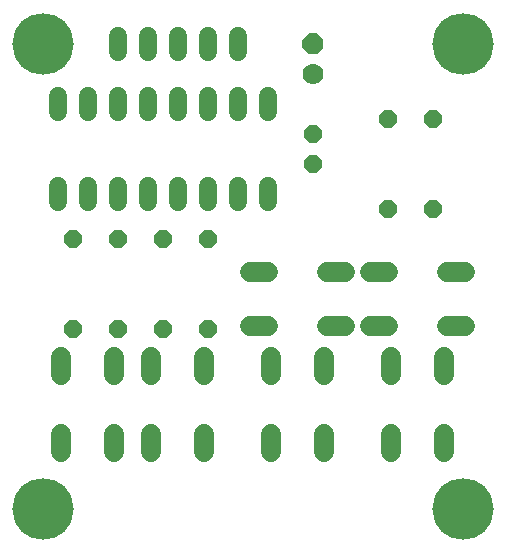
<source format=gbr>
G04 EAGLE Gerber RS-274X export*
G75*
%MOMM*%
%FSLAX34Y34*%
%LPD*%
%INSoldermask Bottom*%
%IPPOS*%
%AMOC8*
5,1,8,0,0,1.08239X$1,22.5*%
G01*
%ADD10C,3.403600*%
%ADD11P,1.649562X8X112.500000*%
%ADD12P,1.924489X8X112.500000*%
%ADD13C,1.778000*%
%ADD14C,1.524000*%
%ADD15C,1.727200*%
%ADD16C,5.203200*%


D10*
X38100Y393700D03*
X38100Y0D03*
X393700Y0D03*
X393700Y393700D03*
D11*
X266700Y292100D03*
X266700Y317500D03*
D12*
X266700Y393700D03*
D13*
X266700Y368300D03*
D14*
X228600Y349504D02*
X228600Y336296D01*
X203200Y336296D02*
X203200Y349504D01*
X76200Y349504D02*
X76200Y336296D01*
X50800Y336296D02*
X50800Y349504D01*
X177800Y349504D02*
X177800Y336296D01*
X152400Y336296D02*
X152400Y349504D01*
X101600Y349504D02*
X101600Y336296D01*
X127000Y336296D02*
X127000Y349504D01*
X50800Y273304D02*
X50800Y260096D01*
X76200Y260096D02*
X76200Y273304D01*
X101600Y273304D02*
X101600Y260096D01*
X127000Y260096D02*
X127000Y273304D01*
X152400Y273304D02*
X152400Y260096D01*
X177800Y260096D02*
X177800Y273304D01*
X203200Y273304D02*
X203200Y260096D01*
X228600Y260096D02*
X228600Y273304D01*
D11*
X63500Y152400D03*
X63500Y228600D03*
X101600Y152400D03*
X101600Y228600D03*
X139700Y152400D03*
X139700Y228600D03*
X177800Y152400D03*
X177800Y228600D03*
X330200Y254000D03*
X330200Y330200D03*
X368300Y254000D03*
X368300Y330200D03*
D15*
X98806Y129032D02*
X98806Y113792D01*
X53594Y113792D02*
X53594Y129032D01*
X98806Y64008D02*
X98806Y48768D01*
X53594Y48768D02*
X53594Y64008D01*
X175006Y113792D02*
X175006Y129032D01*
X129794Y129032D02*
X129794Y113792D01*
X175006Y64008D02*
X175006Y48768D01*
X129794Y48768D02*
X129794Y64008D01*
X231394Y64008D02*
X231394Y48768D01*
X276606Y48768D02*
X276606Y64008D01*
X231394Y113792D02*
X231394Y129032D01*
X276606Y129032D02*
X276606Y113792D01*
X278892Y155194D02*
X294132Y155194D01*
X294132Y200406D02*
X278892Y200406D01*
X229108Y155194D02*
X213868Y155194D01*
X213868Y200406D02*
X229108Y200406D01*
X378206Y129032D02*
X378206Y113792D01*
X332994Y113792D02*
X332994Y129032D01*
X378206Y64008D02*
X378206Y48768D01*
X332994Y48768D02*
X332994Y64008D01*
X330708Y200406D02*
X315468Y200406D01*
X315468Y155194D02*
X330708Y155194D01*
X380492Y200406D02*
X395732Y200406D01*
X395732Y155194D02*
X380492Y155194D01*
D14*
X101600Y387096D02*
X101600Y400304D01*
X127000Y400304D02*
X127000Y387096D01*
X152400Y387096D02*
X152400Y400304D01*
X177800Y400304D02*
X177800Y387096D01*
X203200Y387096D02*
X203200Y400304D01*
D16*
X38100Y393700D03*
X393700Y393700D03*
X393700Y0D03*
X38100Y0D03*
X393700Y393700D03*
M02*

</source>
